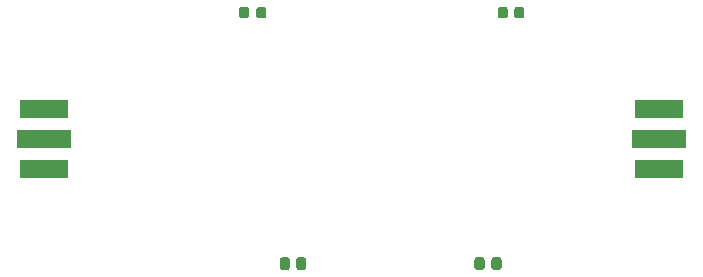
<source format=gbr>
G04 #@! TF.GenerationSoftware,KiCad,Pcbnew,5.1.2-f72e74a~84~ubuntu18.04.1*
G04 #@! TF.CreationDate,2019-07-11T09:37:04+02:00*
G04 #@! TF.ProjectId,kicad_filtre,6b696361-645f-4666-996c-7472652e6b69,rev?*
G04 #@! TF.SameCoordinates,Original*
G04 #@! TF.FileFunction,Paste,Top*
G04 #@! TF.FilePolarity,Positive*
%FSLAX46Y46*%
G04 Gerber Fmt 4.6, Leading zero omitted, Abs format (unit mm)*
G04 Created by KiCad (PCBNEW 5.1.2-f72e74a~84~ubuntu18.04.1) date 2019-07-11 09:37:04*
%MOMM*%
%LPD*%
G04 APERTURE LIST*
%ADD10C,0.100000*%
%ADD11C,0.850000*%
%ADD12R,4.060000X1.520000*%
%ADD13R,4.600000X1.520000*%
G04 APERTURE END LIST*
D10*
G36*
X147033329Y-113326023D02*
G01*
X147053957Y-113329083D01*
X147074185Y-113334150D01*
X147093820Y-113341176D01*
X147112672Y-113350092D01*
X147130559Y-113360813D01*
X147147309Y-113373235D01*
X147162760Y-113387240D01*
X147176765Y-113402691D01*
X147189187Y-113419441D01*
X147199908Y-113437328D01*
X147208824Y-113456180D01*
X147215850Y-113475815D01*
X147220917Y-113496043D01*
X147223977Y-113516671D01*
X147225000Y-113537500D01*
X147225000Y-114062500D01*
X147223977Y-114083329D01*
X147220917Y-114103957D01*
X147215850Y-114124185D01*
X147208824Y-114143820D01*
X147199908Y-114162672D01*
X147189187Y-114180559D01*
X147176765Y-114197309D01*
X147162760Y-114212760D01*
X147147309Y-114226765D01*
X147130559Y-114239187D01*
X147112672Y-114249908D01*
X147093820Y-114258824D01*
X147074185Y-114265850D01*
X147053957Y-114270917D01*
X147033329Y-114273977D01*
X147012500Y-114275000D01*
X146587500Y-114275000D01*
X146566671Y-114273977D01*
X146546043Y-114270917D01*
X146525815Y-114265850D01*
X146506180Y-114258824D01*
X146487328Y-114249908D01*
X146469441Y-114239187D01*
X146452691Y-114226765D01*
X146437240Y-114212760D01*
X146423235Y-114197309D01*
X146410813Y-114180559D01*
X146400092Y-114162672D01*
X146391176Y-114143820D01*
X146384150Y-114124185D01*
X146379083Y-114103957D01*
X146376023Y-114083329D01*
X146375000Y-114062500D01*
X146375000Y-113537500D01*
X146376023Y-113516671D01*
X146379083Y-113496043D01*
X146384150Y-113475815D01*
X146391176Y-113456180D01*
X146400092Y-113437328D01*
X146410813Y-113419441D01*
X146423235Y-113402691D01*
X146437240Y-113387240D01*
X146452691Y-113373235D01*
X146469441Y-113360813D01*
X146487328Y-113350092D01*
X146506180Y-113341176D01*
X146525815Y-113334150D01*
X146546043Y-113329083D01*
X146566671Y-113326023D01*
X146587500Y-113325000D01*
X147012500Y-113325000D01*
X147033329Y-113326023D01*
X147033329Y-113326023D01*
G37*
D11*
X146800000Y-113800000D03*
D10*
G36*
X148433329Y-113326023D02*
G01*
X148453957Y-113329083D01*
X148474185Y-113334150D01*
X148493820Y-113341176D01*
X148512672Y-113350092D01*
X148530559Y-113360813D01*
X148547309Y-113373235D01*
X148562760Y-113387240D01*
X148576765Y-113402691D01*
X148589187Y-113419441D01*
X148599908Y-113437328D01*
X148608824Y-113456180D01*
X148615850Y-113475815D01*
X148620917Y-113496043D01*
X148623977Y-113516671D01*
X148625000Y-113537500D01*
X148625000Y-114062500D01*
X148623977Y-114083329D01*
X148620917Y-114103957D01*
X148615850Y-114124185D01*
X148608824Y-114143820D01*
X148599908Y-114162672D01*
X148589187Y-114180559D01*
X148576765Y-114197309D01*
X148562760Y-114212760D01*
X148547309Y-114226765D01*
X148530559Y-114239187D01*
X148512672Y-114249908D01*
X148493820Y-114258824D01*
X148474185Y-114265850D01*
X148453957Y-114270917D01*
X148433329Y-114273977D01*
X148412500Y-114275000D01*
X147987500Y-114275000D01*
X147966671Y-114273977D01*
X147946043Y-114270917D01*
X147925815Y-114265850D01*
X147906180Y-114258824D01*
X147887328Y-114249908D01*
X147869441Y-114239187D01*
X147852691Y-114226765D01*
X147837240Y-114212760D01*
X147823235Y-114197309D01*
X147810813Y-114180559D01*
X147800092Y-114162672D01*
X147791176Y-114143820D01*
X147784150Y-114124185D01*
X147779083Y-114103957D01*
X147776023Y-114083329D01*
X147775000Y-114062500D01*
X147775000Y-113537500D01*
X147776023Y-113516671D01*
X147779083Y-113496043D01*
X147784150Y-113475815D01*
X147791176Y-113456180D01*
X147800092Y-113437328D01*
X147810813Y-113419441D01*
X147823235Y-113402691D01*
X147837240Y-113387240D01*
X147852691Y-113373235D01*
X147869441Y-113360813D01*
X147887328Y-113350092D01*
X147906180Y-113341176D01*
X147925815Y-113334150D01*
X147946043Y-113329083D01*
X147966671Y-113326023D01*
X147987500Y-113325000D01*
X148412500Y-113325000D01*
X148433329Y-113326023D01*
X148433329Y-113326023D01*
G37*
D11*
X148200000Y-113800000D03*
D10*
G36*
X126598329Y-113326023D02*
G01*
X126618957Y-113329083D01*
X126639185Y-113334150D01*
X126658820Y-113341176D01*
X126677672Y-113350092D01*
X126695559Y-113360813D01*
X126712309Y-113373235D01*
X126727760Y-113387240D01*
X126741765Y-113402691D01*
X126754187Y-113419441D01*
X126764908Y-113437328D01*
X126773824Y-113456180D01*
X126780850Y-113475815D01*
X126785917Y-113496043D01*
X126788977Y-113516671D01*
X126790000Y-113537500D01*
X126790000Y-114062500D01*
X126788977Y-114083329D01*
X126785917Y-114103957D01*
X126780850Y-114124185D01*
X126773824Y-114143820D01*
X126764908Y-114162672D01*
X126754187Y-114180559D01*
X126741765Y-114197309D01*
X126727760Y-114212760D01*
X126712309Y-114226765D01*
X126695559Y-114239187D01*
X126677672Y-114249908D01*
X126658820Y-114258824D01*
X126639185Y-114265850D01*
X126618957Y-114270917D01*
X126598329Y-114273977D01*
X126577500Y-114275000D01*
X126152500Y-114275000D01*
X126131671Y-114273977D01*
X126111043Y-114270917D01*
X126090815Y-114265850D01*
X126071180Y-114258824D01*
X126052328Y-114249908D01*
X126034441Y-114239187D01*
X126017691Y-114226765D01*
X126002240Y-114212760D01*
X125988235Y-114197309D01*
X125975813Y-114180559D01*
X125965092Y-114162672D01*
X125956176Y-114143820D01*
X125949150Y-114124185D01*
X125944083Y-114103957D01*
X125941023Y-114083329D01*
X125940000Y-114062500D01*
X125940000Y-113537500D01*
X125941023Y-113516671D01*
X125944083Y-113496043D01*
X125949150Y-113475815D01*
X125956176Y-113456180D01*
X125965092Y-113437328D01*
X125975813Y-113419441D01*
X125988235Y-113402691D01*
X126002240Y-113387240D01*
X126017691Y-113373235D01*
X126034441Y-113360813D01*
X126052328Y-113350092D01*
X126071180Y-113341176D01*
X126090815Y-113334150D01*
X126111043Y-113329083D01*
X126131671Y-113326023D01*
X126152500Y-113325000D01*
X126577500Y-113325000D01*
X126598329Y-113326023D01*
X126598329Y-113326023D01*
G37*
D11*
X126365000Y-113800000D03*
D10*
G36*
X125133329Y-113326023D02*
G01*
X125153957Y-113329083D01*
X125174185Y-113334150D01*
X125193820Y-113341176D01*
X125212672Y-113350092D01*
X125230559Y-113360813D01*
X125247309Y-113373235D01*
X125262760Y-113387240D01*
X125276765Y-113402691D01*
X125289187Y-113419441D01*
X125299908Y-113437328D01*
X125308824Y-113456180D01*
X125315850Y-113475815D01*
X125320917Y-113496043D01*
X125323977Y-113516671D01*
X125325000Y-113537500D01*
X125325000Y-114062500D01*
X125323977Y-114083329D01*
X125320917Y-114103957D01*
X125315850Y-114124185D01*
X125308824Y-114143820D01*
X125299908Y-114162672D01*
X125289187Y-114180559D01*
X125276765Y-114197309D01*
X125262760Y-114212760D01*
X125247309Y-114226765D01*
X125230559Y-114239187D01*
X125212672Y-114249908D01*
X125193820Y-114258824D01*
X125174185Y-114265850D01*
X125153957Y-114270917D01*
X125133329Y-114273977D01*
X125112500Y-114275000D01*
X124687500Y-114275000D01*
X124666671Y-114273977D01*
X124646043Y-114270917D01*
X124625815Y-114265850D01*
X124606180Y-114258824D01*
X124587328Y-114249908D01*
X124569441Y-114239187D01*
X124552691Y-114226765D01*
X124537240Y-114212760D01*
X124523235Y-114197309D01*
X124510813Y-114180559D01*
X124500092Y-114162672D01*
X124491176Y-114143820D01*
X124484150Y-114124185D01*
X124479083Y-114103957D01*
X124476023Y-114083329D01*
X124475000Y-114062500D01*
X124475000Y-113537500D01*
X124476023Y-113516671D01*
X124479083Y-113496043D01*
X124484150Y-113475815D01*
X124491176Y-113456180D01*
X124500092Y-113437328D01*
X124510813Y-113419441D01*
X124523235Y-113402691D01*
X124537240Y-113387240D01*
X124552691Y-113373235D01*
X124569441Y-113360813D01*
X124587328Y-113350092D01*
X124606180Y-113341176D01*
X124625815Y-113334150D01*
X124646043Y-113329083D01*
X124666671Y-113326023D01*
X124687500Y-113325000D01*
X125112500Y-113325000D01*
X125133329Y-113326023D01*
X125133329Y-113326023D01*
G37*
D11*
X124900000Y-113800000D03*
D10*
G36*
X146512529Y-134525974D02*
G01*
X146532167Y-134528887D01*
X146551425Y-134533711D01*
X146570117Y-134540399D01*
X146588064Y-134548887D01*
X146605092Y-134559094D01*
X146621038Y-134570920D01*
X146635748Y-134584252D01*
X146649080Y-134598962D01*
X146660906Y-134614908D01*
X146671113Y-134631936D01*
X146679601Y-134649883D01*
X146686289Y-134668575D01*
X146691113Y-134687833D01*
X146694026Y-134707471D01*
X146695000Y-134727300D01*
X146695000Y-135372700D01*
X146694026Y-135392529D01*
X146691113Y-135412167D01*
X146686289Y-135431425D01*
X146679601Y-135450117D01*
X146671113Y-135468064D01*
X146660906Y-135485092D01*
X146649080Y-135501038D01*
X146635748Y-135515748D01*
X146621038Y-135529080D01*
X146605092Y-135540906D01*
X146588064Y-135551113D01*
X146570117Y-135559601D01*
X146551425Y-135566289D01*
X146532167Y-135571113D01*
X146512529Y-135574026D01*
X146492700Y-135575000D01*
X146047300Y-135575000D01*
X146027471Y-135574026D01*
X146007833Y-135571113D01*
X145988575Y-135566289D01*
X145969883Y-135559601D01*
X145951936Y-135551113D01*
X145934908Y-135540906D01*
X145918962Y-135529080D01*
X145904252Y-135515748D01*
X145890920Y-135501038D01*
X145879094Y-135485092D01*
X145868887Y-135468064D01*
X145860399Y-135450117D01*
X145853711Y-135431425D01*
X145848887Y-135412167D01*
X145845974Y-135392529D01*
X145845000Y-135372700D01*
X145845000Y-134727300D01*
X145845974Y-134707471D01*
X145848887Y-134687833D01*
X145853711Y-134668575D01*
X145860399Y-134649883D01*
X145868887Y-134631936D01*
X145879094Y-134614908D01*
X145890920Y-134598962D01*
X145904252Y-134584252D01*
X145918962Y-134570920D01*
X145934908Y-134559094D01*
X145951936Y-134548887D01*
X145969883Y-134540399D01*
X145988575Y-134533711D01*
X146007833Y-134528887D01*
X146027471Y-134525974D01*
X146047300Y-134525000D01*
X146492700Y-134525000D01*
X146512529Y-134525974D01*
X146512529Y-134525974D01*
G37*
D11*
X146270000Y-135050000D03*
D10*
G36*
X145072529Y-134525974D02*
G01*
X145092167Y-134528887D01*
X145111425Y-134533711D01*
X145130117Y-134540399D01*
X145148064Y-134548887D01*
X145165092Y-134559094D01*
X145181038Y-134570920D01*
X145195748Y-134584252D01*
X145209080Y-134598962D01*
X145220906Y-134614908D01*
X145231113Y-134631936D01*
X145239601Y-134649883D01*
X145246289Y-134668575D01*
X145251113Y-134687833D01*
X145254026Y-134707471D01*
X145255000Y-134727300D01*
X145255000Y-135372700D01*
X145254026Y-135392529D01*
X145251113Y-135412167D01*
X145246289Y-135431425D01*
X145239601Y-135450117D01*
X145231113Y-135468064D01*
X145220906Y-135485092D01*
X145209080Y-135501038D01*
X145195748Y-135515748D01*
X145181038Y-135529080D01*
X145165092Y-135540906D01*
X145148064Y-135551113D01*
X145130117Y-135559601D01*
X145111425Y-135566289D01*
X145092167Y-135571113D01*
X145072529Y-135574026D01*
X145052700Y-135575000D01*
X144607300Y-135575000D01*
X144587471Y-135574026D01*
X144567833Y-135571113D01*
X144548575Y-135566289D01*
X144529883Y-135559601D01*
X144511936Y-135551113D01*
X144494908Y-135540906D01*
X144478962Y-135529080D01*
X144464252Y-135515748D01*
X144450920Y-135501038D01*
X144439094Y-135485092D01*
X144428887Y-135468064D01*
X144420399Y-135450117D01*
X144413711Y-135431425D01*
X144408887Y-135412167D01*
X144405974Y-135392529D01*
X144405000Y-135372700D01*
X144405000Y-134727300D01*
X144405974Y-134707471D01*
X144408887Y-134687833D01*
X144413711Y-134668575D01*
X144420399Y-134649883D01*
X144428887Y-134631936D01*
X144439094Y-134614908D01*
X144450920Y-134598962D01*
X144464252Y-134584252D01*
X144478962Y-134570920D01*
X144494908Y-134559094D01*
X144511936Y-134548887D01*
X144529883Y-134540399D01*
X144548575Y-134533711D01*
X144567833Y-134528887D01*
X144587471Y-134525974D01*
X144607300Y-134525000D01*
X145052700Y-134525000D01*
X145072529Y-134525974D01*
X145072529Y-134525974D01*
G37*
D11*
X144830000Y-135050000D03*
D10*
G36*
X129992529Y-134525974D02*
G01*
X130012167Y-134528887D01*
X130031425Y-134533711D01*
X130050117Y-134540399D01*
X130068064Y-134548887D01*
X130085092Y-134559094D01*
X130101038Y-134570920D01*
X130115748Y-134584252D01*
X130129080Y-134598962D01*
X130140906Y-134614908D01*
X130151113Y-134631936D01*
X130159601Y-134649883D01*
X130166289Y-134668575D01*
X130171113Y-134687833D01*
X130174026Y-134707471D01*
X130175000Y-134727300D01*
X130175000Y-135372700D01*
X130174026Y-135392529D01*
X130171113Y-135412167D01*
X130166289Y-135431425D01*
X130159601Y-135450117D01*
X130151113Y-135468064D01*
X130140906Y-135485092D01*
X130129080Y-135501038D01*
X130115748Y-135515748D01*
X130101038Y-135529080D01*
X130085092Y-135540906D01*
X130068064Y-135551113D01*
X130050117Y-135559601D01*
X130031425Y-135566289D01*
X130012167Y-135571113D01*
X129992529Y-135574026D01*
X129972700Y-135575000D01*
X129527300Y-135575000D01*
X129507471Y-135574026D01*
X129487833Y-135571113D01*
X129468575Y-135566289D01*
X129449883Y-135559601D01*
X129431936Y-135551113D01*
X129414908Y-135540906D01*
X129398962Y-135529080D01*
X129384252Y-135515748D01*
X129370920Y-135501038D01*
X129359094Y-135485092D01*
X129348887Y-135468064D01*
X129340399Y-135450117D01*
X129333711Y-135431425D01*
X129328887Y-135412167D01*
X129325974Y-135392529D01*
X129325000Y-135372700D01*
X129325000Y-134727300D01*
X129325974Y-134707471D01*
X129328887Y-134687833D01*
X129333711Y-134668575D01*
X129340399Y-134649883D01*
X129348887Y-134631936D01*
X129359094Y-134614908D01*
X129370920Y-134598962D01*
X129384252Y-134584252D01*
X129398962Y-134570920D01*
X129414908Y-134559094D01*
X129431936Y-134548887D01*
X129449883Y-134540399D01*
X129468575Y-134533711D01*
X129487833Y-134528887D01*
X129507471Y-134525974D01*
X129527300Y-134525000D01*
X129972700Y-134525000D01*
X129992529Y-134525974D01*
X129992529Y-134525974D01*
G37*
D11*
X129750000Y-135050000D03*
D10*
G36*
X128572529Y-134525974D02*
G01*
X128592167Y-134528887D01*
X128611425Y-134533711D01*
X128630117Y-134540399D01*
X128648064Y-134548887D01*
X128665092Y-134559094D01*
X128681038Y-134570920D01*
X128695748Y-134584252D01*
X128709080Y-134598962D01*
X128720906Y-134614908D01*
X128731113Y-134631936D01*
X128739601Y-134649883D01*
X128746289Y-134668575D01*
X128751113Y-134687833D01*
X128754026Y-134707471D01*
X128755000Y-134727300D01*
X128755000Y-135372700D01*
X128754026Y-135392529D01*
X128751113Y-135412167D01*
X128746289Y-135431425D01*
X128739601Y-135450117D01*
X128731113Y-135468064D01*
X128720906Y-135485092D01*
X128709080Y-135501038D01*
X128695748Y-135515748D01*
X128681038Y-135529080D01*
X128665092Y-135540906D01*
X128648064Y-135551113D01*
X128630117Y-135559601D01*
X128611425Y-135566289D01*
X128592167Y-135571113D01*
X128572529Y-135574026D01*
X128552700Y-135575000D01*
X128107300Y-135575000D01*
X128087471Y-135574026D01*
X128067833Y-135571113D01*
X128048575Y-135566289D01*
X128029883Y-135559601D01*
X128011936Y-135551113D01*
X127994908Y-135540906D01*
X127978962Y-135529080D01*
X127964252Y-135515748D01*
X127950920Y-135501038D01*
X127939094Y-135485092D01*
X127928887Y-135468064D01*
X127920399Y-135450117D01*
X127913711Y-135431425D01*
X127908887Y-135412167D01*
X127905974Y-135392529D01*
X127905000Y-135372700D01*
X127905000Y-134727300D01*
X127905974Y-134707471D01*
X127908887Y-134687833D01*
X127913711Y-134668575D01*
X127920399Y-134649883D01*
X127928887Y-134631936D01*
X127939094Y-134614908D01*
X127950920Y-134598962D01*
X127964252Y-134584252D01*
X127978962Y-134570920D01*
X127994908Y-134559094D01*
X128011936Y-134548887D01*
X128029883Y-134540399D01*
X128048575Y-134533711D01*
X128067833Y-134528887D01*
X128087471Y-134525974D01*
X128107300Y-134525000D01*
X128552700Y-134525000D01*
X128572529Y-134525974D01*
X128572529Y-134525974D01*
G37*
D11*
X128330000Y-135050000D03*
D12*
X160020000Y-127000000D03*
X160020000Y-121920000D03*
D13*
X160020000Y-124460000D03*
D12*
X107950000Y-121920000D03*
X107950000Y-127000000D03*
D13*
X107950000Y-124460000D03*
M02*

</source>
